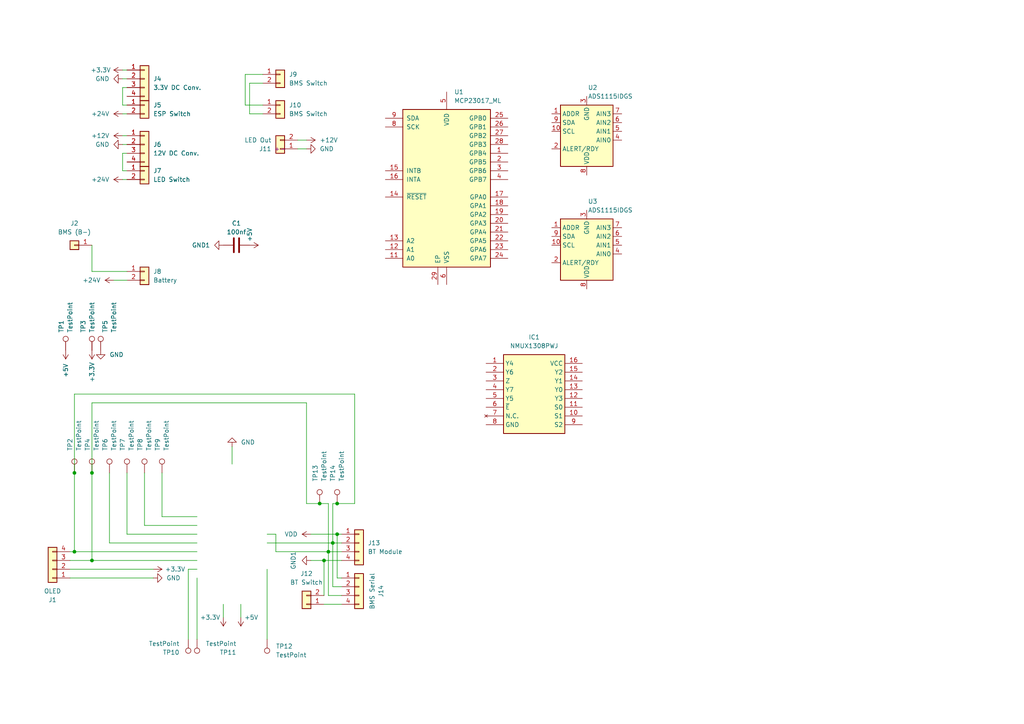
<source format=kicad_sch>
(kicad_sch (version 20230121) (generator eeschema)
  (paper "A4")
  (junction (at 21.59 137.16))
  (junction (at 335.28 175.26))
  (junction (at 26.67 137.16))
  (junction (at 93.98 162.56))
  (junction (at 119.38 -52.07))
  (junction (at 336.55 226.06))
  (junction (at 340.36 20.32))
  (junction (at 92.71 146.05))
  (junction (at 335.28 64.77))
  (junction (at 26.67 162.56))
  (junction (at 119.38 -46.99))
  (junction (at 318.77 86.36))
  (junction (at 320.04 247.65))
  (junction (at 119.38 -41.91))
  (junction (at 320.04 -44.45))
  (junction (at 318.77 196.85))
  (junction (at 331.47 -36.83))
  (junction (at 335.28 119.38))
  (junction (at 322.58 13.97))
  (junction (at 323.85 187.96))
  (junction (at 119.38 -36.83))
  (junction (at 96.52 157.48))
  (junction (at 318.77 140.97))
  (junction (at 331.47 -57.15))
  (junction (at 334.01 1.27))
  (junction (at 317.5 22.86))
  (junction (at 341.63 138.43))
  (junction (at 335.28 139.7))
  (junction (at 341.63 83.82))
  (junction (at 119.38 -44.45))
  (junction (at 95.25 160.02))
  (junction (at 323.85 132.08))
  (junction (at 341.63 194.31))
  (junction (at 335.28 85.09))
  (junction (at 97.79 146.05))
  (junction (at 336.55 246.38))
  (junction (at 323.85 77.47))
  (junction (at 119.38 -49.53))
  (junction (at 21.59 160.02))
  (junction (at 334.01 21.59))
  (junction (at 337.82 -38.1))
  (junction (at 97.79 154.94))
  (junction (at 119.38 -39.37))
  (junction (at 314.96 -35.56))
  (junction (at 335.28 195.58))
  (junction (at 342.9 245.11))
  (junction (at 325.12 238.76))
  (wire (pts (xy 80.01 160.02) (xy 80.01 154.94)))
  (wire (pts (xy 99.06 157.48) (xy 96.52 157.48)))
  (wire (pts (xy 95.25 160.02) (xy 95.25 146.05)))
  (wire (pts (xy 36.83 30.48) (xy 35.56 30.48)))
  (wire (pts (xy 41.91 137.16) (xy 41.91 152.4)))
  (wire (pts (xy 336.55 226.06) (xy 335.28 226.06)))
  (wire (pts (xy 330.2 247.65) (xy 336.55 247.65)))
  (wire (pts (xy 339.09 116.84) (xy 335.28 116.84)))
  (wire (pts (xy 332.74 21.59) (xy 334.01 21.59)))
  (wire (pts (xy 328.93 196.85) (xy 335.28 196.85)))
  (wire (pts (xy 334.01 21.59) (xy 335.28 21.59)))
  (wire (pts (xy 335.28 116.84) (xy 335.28 119.38)))
  (wire (pts (xy 336.55 247.65) (xy 336.55 246.38)))
  (wire (pts (xy 88.9 43.18) (xy 86.36 43.18)))
  (wire (pts (xy 33.02 81.28) (xy 36.83 81.28)))
  (wire (pts (xy 347.98 19.05) (xy 347.98 20.32)))
  (wire (pts (xy 77.47 165.1) (xy 77.47 185.42)))
  (wire (pts (xy 36.83 137.16) (xy 36.83 154.94)))
  (wire (pts (xy 72.39 24.13) (xy 72.39 33.02)))
  (wire (pts (xy 360.68 8.89) (xy 363.22 8.89)))
  (wire (pts (xy 325.12 238.76) (xy 325.12 240.03)))
  (wire (pts (xy 335.28 175.26) (xy 334.01 175.26)))
  (wire (pts (xy 328.93 86.36) (xy 335.28 86.36)))
  (wire (pts (xy 325.12 -35.56) (xy 331.47 -35.56)))
  (wire (pts (xy 358.14 -49.53) (xy 360.68 -49.53)))
  (wire (pts (xy 341.63 116.84) (xy 346.71 116.84)))
  (wire (pts (xy 339.09 62.23) (xy 335.28 62.23)))
  (wire (pts (xy 318.77 139.7) (xy 318.77 140.97)))
  (wire (pts (xy 100.33 -44.45) (xy 119.38 -44.45)))
  (wire (pts (xy 340.36 -1.27) (xy 345.44 -1.27)))
  (wire (pts (xy 95.25 172.72) (xy 99.06 172.72)))
  (wire (pts (xy 323.85 187.96) (xy 323.85 189.23)))
  (wire (pts (xy 318.77 247.65) (xy 320.04 247.65)))
  (wire (pts (xy 90.17 162.56) (xy 93.98 162.56)))
  (wire (pts (xy 314.96 -36.83) (xy 314.96 -35.56)))
  (wire (pts (xy 316.23 22.86) (xy 317.5 22.86)))
  (wire (pts (xy 320.04 246.38) (xy 320.04 247.65)))
  (wire (pts (xy 100.33 -49.53) (xy 119.38 -49.53)))
  (wire (pts (xy 342.9 233.68) (xy 342.9 245.11)))
  (wire (pts (xy 317.5 196.85) (xy 318.77 196.85)))
  (wire (pts (xy 119.38 -39.37) (xy 135.89 -39.37)))
  (wire (pts (xy 335.28 246.38) (xy 336.55 246.38)))
  (wire (pts (xy 336.55 246.38) (xy 337.82 246.38)))
  (wire (pts (xy 35.56 41.91) (xy 36.83 41.91)))
  (wire (pts (xy 100.33 -41.91) (xy 119.38 -41.91)))
  (wire (pts (xy 318.77 77.47) (xy 323.85 77.47)))
  (wire (pts (xy 341.63 62.23) (xy 346.71 62.23)))
  (wire (pts (xy 330.2 -36.83) (xy 331.47 -36.83)))
  (wire (pts (xy 64.77 175.26) (xy 64.77 179.07)))
  (wire (pts (xy 97.79 146.05) (xy 102.87 146.05)))
  (wire (pts (xy 119.38 -52.07) (xy 135.89 -52.07)))
  (wire (pts (xy 90.17 154.94) (xy 97.79 154.94)))
  (wire (pts (xy 335.28 -59.69) (xy 331.47 -59.69)))
  (wire (pts (xy 335.28 119.38) (xy 334.01 119.38)))
  (wire (pts (xy 331.47 -35.56) (xy 331.47 -36.83)))
  (wire (pts (xy 334.01 22.86) (xy 334.01 21.59)))
  (wire (pts (xy 76.2 24.13) (xy 72.39 24.13)))
  (wire (pts (xy 20.32 165.1) (xy 44.45 165.1)))
  (wire (pts (xy 35.56 52.07) (xy 36.83 52.07)))
  (wire (pts (xy 35.56 22.86) (xy 36.83 22.86)))
  (wire (pts (xy 318.77 132.08) (xy 323.85 132.08)))
  (wire (pts (xy 337.82 226.06) (xy 336.55 226.06)))
  (wire (pts (xy 102.87 114.3) (xy 21.59 114.3)))
  (wire (pts (xy 335.28 140.97) (xy 335.28 139.7)))
  (wire (pts (xy 317.5 21.59) (xy 317.5 22.86)))
  (wire (pts (xy 345.44 -39.37) (xy 345.44 -38.1)))
  (wire (pts (xy 317.5 140.97) (xy 318.77 140.97)))
  (wire (pts (xy 318.77 195.58) (xy 318.77 196.85)))
  (wire (pts (xy 119.38 -44.45) (xy 135.89 -44.45)))
  (wire (pts (xy 57.15 165.1) (xy 54.61 165.1)))
  (wire (pts (xy 96.52 170.18) (xy 99.06 170.18)))
  (wire (pts (xy 72.39 33.02) (xy 76.2 33.02)))
  (wire (pts (xy 100.33 -52.07) (xy 119.38 -52.07)))
  (wire (pts (xy 95.25 160.02) (xy 80.01 160.02)))
  (wire (pts (xy 71.12 21.59) (xy 71.12 30.48)))
  (wire (pts (xy 335.28 139.7) (xy 336.55 139.7)))
  (wire (pts (xy 97.79 154.94) (xy 97.79 167.64)))
  (wire (pts (xy 46.99 149.86) (xy 57.15 149.86)))
  (wire (pts (xy 88.9 116.84) (xy 26.67 116.84)))
  (wire (pts (xy 35.56 49.53) (xy 35.56 44.45)))
  (wire (pts (xy 332.74 -57.15) (xy 331.47 -57.15)))
  (wire (pts (xy 71.12 30.48) (xy 76.2 30.48)))
  (wire (pts (xy 341.63 182.88) (xy 341.63 194.31)))
  (wire (pts (xy 67.31 134.62) (xy 67.31 129.54)))
  (wire (pts (xy 100.33 -46.99) (xy 119.38 -46.99)))
  (wire (pts (xy 337.82 -49.53) (xy 337.82 -38.1)))
  (wire (pts (xy 31.75 137.16) (xy 31.75 157.48)))
  (wire (pts (xy 363.22 233.68) (xy 365.76 233.68)))
  (wire (pts (xy 97.79 167.64) (xy 99.06 167.64)))
  (wire (pts (xy 102.87 146.05) (xy 102.87 114.3)))
  (wire (pts (xy 20.32 167.64) (xy 44.45 167.64)))
  (wire (pts (xy 337.82 -59.69) (xy 342.9 -59.69)))
  (wire (pts (xy 92.71 146.05) (xy 88.9 146.05)))
  (wire (pts (xy 334.01 85.09) (xy 335.28 85.09)))
  (wire (pts (xy 100.33 -36.83) (xy 119.38 -36.83)))
  (wire (pts (xy 119.38 -41.91) (xy 135.89 -41.91)))
  (wire (pts (xy 335.28 172.72) (xy 335.28 175.26)))
  (wire (pts (xy 35.56 39.37) (xy 36.83 39.37)))
  (wire (pts (xy 320.04 238.76) (xy 325.12 238.76)))
  (wire (pts (xy 313.69 -35.56) (xy 314.96 -35.56)))
  (wire (pts (xy 88.9 40.64) (xy 86.36 40.64)))
  (wire (pts (xy 26.67 78.74) (xy 26.67 71.12)))
  (wire (pts (xy 331.47 -36.83) (xy 332.74 -36.83)))
  (wire (pts (xy 35.56 20.32) (xy 36.83 20.32)))
  (wire (pts (xy 36.83 49.53) (xy 35.56 49.53)))
  (wire (pts (xy 328.93 140.97) (xy 335.28 140.97)))
  (wire (pts (xy 335.28 64.77) (xy 334.01 64.77)))
  (wire (pts (xy 76.2 21.59) (xy 71.12 21.59)))
  (wire (pts (xy 334.01 -1.27) (xy 334.01 1.27)))
  (wire (pts (xy 341.63 127) (xy 341.63 138.43)))
  (wire (pts (xy 335.28 195.58) (xy 336.55 195.58)))
  (wire (pts (xy 21.59 160.02) (xy 57.15 160.02)))
  (wire (pts (xy 119.38 -49.53) (xy 135.89 -49.53)))
  (wire (pts (xy 41.91 152.4) (xy 57.15 152.4)))
  (wire (pts (xy 54.61 165.1) (xy 54.61 185.42)))
  (wire (pts (xy 314.96 -44.45) (xy 320.04 -44.45)))
  (wire (pts (xy 334.01 195.58) (xy 335.28 195.58)))
  (wire (pts (xy 336.55 119.38) (xy 335.28 119.38)))
  (wire (pts (xy 26.67 137.16) (xy 26.67 162.56)))
  (wire (pts (xy 20.32 162.56) (xy 26.67 162.56)))
  (wire (pts (xy 335.28 86.36) (xy 335.28 85.09)))
  (wire (pts (xy 35.56 33.02) (xy 36.83 33.02)))
  (wire (pts (xy 336.55 175.26) (xy 335.28 175.26)))
  (wire (pts (xy 317.5 86.36) (xy 318.77 86.36)))
  (wire (pts (xy 35.56 30.48) (xy 35.56 25.4)))
  (wire (pts (xy 69.85 179.07) (xy 69.85 175.26)))
  (wire (pts (xy 36.83 78.74) (xy 26.67 78.74)))
  (wire (pts (xy 349.25 193.04) (xy 349.25 194.31)))
  (wire (pts (xy 100.33 -39.37) (xy 119.38 -39.37)))
  (wire (pts (xy 317.5 13.97) (xy 322.58 13.97)))
  (wire (pts (xy 361.95 127) (xy 364.49 127)))
  (wire (pts (xy 340.36 223.52) (xy 336.55 223.52)))
  (wire (pts (xy 342.9 223.52) (xy 347.98 223.52)))
  (wire (pts (xy 21.59 137.16) (xy 21.59 160.02)))
  (wire (pts (xy 96.52 157.48) (xy 96.52 146.05)))
  (wire (pts (xy 336.55 64.77) (xy 335.28 64.77)))
  (wire (pts (xy 77.47 157.48) (xy 96.52 157.48)))
  (wire (pts (xy 340.36 8.89) (xy 340.36 20.32)))
  (wire (pts (xy 331.47 -59.69) (xy 331.47 -57.15)))
  (wire (pts (xy 31.75 157.48) (xy 57.15 157.48)))
  (wire (pts (xy 349.25 82.55) (xy 349.25 83.82)))
  (wire (pts (xy 334.01 1.27) (xy 332.74 1.27)))
  (wire (pts (xy 361.95 182.88) (xy 364.49 182.88)))
  (wire (pts (xy 21.59 114.3) (xy 21.59 137.16)))
  (wire (pts (xy 341.63 172.72) (xy 346.71 172.72)))
  (wire (pts (xy 26.67 116.84) (xy 26.67 137.16)))
  (wire (pts (xy 93.98 175.26) (xy 99.06 175.26)))
  (wire (pts (xy 318.77 187.96) (xy 323.85 187.96)))
  (wire (pts (xy 335.28 1.27) (xy 334.01 1.27)))
  (wire (pts (xy 26.67 162.56) (xy 57.15 162.56)))
  (wire (pts (xy 95.25 146.05) (xy 92.71 146.05)))
  (wire (pts (xy 35.56 44.45) (xy 36.83 44.45)))
  (wire (pts (xy 95.25 160.02) (xy 95.25 172.72)))
  (wire (pts (xy 88.9 146.05) (xy 88.9 116.84)))
  (wire (pts (xy 335.28 196.85) (xy 335.28 195.58)))
  (wire (pts (xy 99.06 160.02) (xy 95.25 160.02)))
  (wire (pts (xy 96.52 157.48) (xy 96.52 170.18)))
  (wire (pts (xy 323.85 77.47) (xy 323.85 78.74)))
  (wire (pts (xy 361.95 72.39) (xy 364.49 72.39)))
  (wire (pts (xy 34.29 -38.1) (xy 36.83 -38.1)))
  (wire (pts (xy 20.32 160.02) (xy 21.59 160.02)))
  (wire (pts (xy 349.25 137.16) (xy 349.25 138.43)))
  (wire (pts (xy 335.28 62.23) (xy 335.28 64.77)))
  (wire (pts (xy 93.98 162.56) (xy 99.06 162.56)))
  (wire (pts (xy 350.52 243.84) (xy 350.52 245.11)))
  (wire (pts (xy 335.28 85.09) (xy 336.55 85.09)))
  (wire (pts (xy 36.83 154.94) (xy 57.15 154.94)))
  (wire (pts (xy 322.58 13.97) (xy 322.58 15.24)))
  (wire (pts (xy 339.09 172.72) (xy 335.28 172.72)))
  (wire (pts (xy 93.98 172.72) (xy 93.98 162.56)))
  (wire (pts (xy 327.66 22.86) (xy 334.01 22.86)))
  (wire (pts (xy 331.47 -57.15) (xy 330.2 -57.15)))
  (wire (pts (xy 119.38 -36.83) (xy 135.89 -36.83)))
  (wire (pts (xy 334.01 139.7) (xy 335.28 139.7)))
  (wire (pts (xy 119.38 -46.99) (xy 135.89 -46.99)))
  (wire (pts (xy 80.01 154.94) (xy 77.47 154.94)))
  (wire (pts (xy 320.04 -44.45) (xy 320.04 -43.18)))
  (wire (pts (xy 337.82 -1.27) (xy 334.01 -1.27)))
  (wire (pts (xy 57.15 167.64) (xy 57.15 185.42)))
  (wire (pts (xy 336.55 223.52) (xy 336.55 226.06)))
  (wire (pts (xy 99.06 154.94) (xy 97.79 154.94)))
  (wire (pts (xy 46.99 137.16) (xy 46.99 149.86)))
  (wire (pts (xy 323.85 132.08) (xy 323.85 133.35)))
  (wire (pts (xy 318.77 85.09) (xy 318.77 86.36)))
  (wire (pts (xy 341.63 72.39) (xy 341.63 83.82)))
  (wire (pts (xy 96.52 146.05) (xy 97.79 146.05)))
  (wire (pts (xy 35.56 25.4) (xy 36.83 25.4)))
  (symbol (lib_id "Connector_Generic:Conn_01x07") (at 105.41 -44.45 0) (unit 1)
    (property "Reference" "J15" (at 107.95 -45.7201 0) (effects (justify left)))
    (property "Value" "Panel Bal" (at 107.95 -43.1801 0) (effects (justify left)))
    (property "Footprint" "Connector_JST:JST_XH_B7B-XH-A_1x07_P2.50mm_Vertical" (effects hide))
  )
  (symbol (lib_id "Fuseholder3557:3557-2") (at 334.01 139.7 90) (unit 1)
    (property "Reference" "J33" (at 332.74 128.27 90) (effects (justify right)))
    (property "Value" "Fuse 6" (at 331.47 130.81 90) (effects (justify right)))
    (property "Footprint" "Fuseholder3557:Fuseholder3557" (effects hide))
    (property "Datasheet" "http://www.keyelco.com/product-pdf.cfm?p=296" (effects hide))
    (property "Description" "THM 2 in 1 Auto Blade Holder P/N 3557-2" (effects hide))
    (property "Mouser Part Number" "534-3557-2" (effects hide))
    (property "Mouser Price/Stock" "https://www.mouser.co.uk/ProductDetail/Keystone-Electronics/3557-2?qs=cxy41lVAGV%2FfbyASjpXK1g%3D%3D" (effects hide))
    (property "Manufacturer_Name" "Keystone Electronics" (effects hide))
    (property "Manufacturer_Part_Number" "3557-2" (effects hide))
  )
  (symbol (lib_id "Connector_Generic:Conn_01x02") (at 81.28 21.59 0) (unit 1)
    (property "Reference" "J9" (at 83.82 21.5899 0) (effects (justify left)))
    (property "Value" "BMS Switch" (at 83.82 24.1299 0) (effects (justify left)))
    (property "Footprint" "Connector_JST:JST_XH_B2B-XH-A_1x02_P2.50mm_Vertical" (effects hide))
  )
  (symbol (lib_id "Connector_Generic:Conn_01x02") (at 81.28 43.18 180) (unit 1)
    (property "Reference" "J11" (at 78.74 43.1801 0) (effects (justify left)))
    (property "Value" "LED Out" (at 78.74 40.6401 0) (effects (justify left)))
    (property "Footprint" "Connector_JST:JST_XH_B2B-XH-A_1x02_P2.50mm_Vertical" (effects hide))
    (property "Field4" "+" (at 81.28 43.18 0) (effects (justify left)))
    (property "Field5" "-" (at 81.28 43.18 0) (effects (justify right)))
  )
  (symbol (lib_id "Connector:TestPoint") (at 351.79 137.16 180) (unit 1)
    (property "Reference" "TP24" (at 353.06 143.51 90) (effects (justify left)))
    (property "Value" "TestPoint" (at 350.52 143.51 90) (effects (justify left)))
    (property "Footprint" "TestPoint:TestPoint_Pad_1.5x1.5mm" (effects hide))
  )
  (symbol (lib_id "Sensor_Current:ACS712xLCTR-30A") (at 351.79 127 270) (unit 1)
    (property "Reference" "U7" (at 368.3 120.0719 90))
    (property "Value" "ACS712xLCTR-30A" (at 372.11 132.08 90))
    (property "Footprint" "Package_SO:SOIC-8_3.9x4.9mm_P1.27mm" (effects hide))
    (property "Datasheet" "http://www.allegromicro.com/~/media/Files/Datasheets/ACS712-Datasheet.ashx?la=en" (effects hide))
  )
  (symbol (lib_id "NMUX1308PWJ:NMUX1308PWJ") (at 140.97 105.41 0) (unit 1)
    (property "Reference" "IC1" (at 154.94 97.79 0))
    (property "Value" "NMUX1308PWJ" (at 154.94 100.33 0))
    (property "Footprint" "NMUX1308PWJ:NMUX1308PWJ" (effects hide))
    (property "Datasheet" "https://assets.nexperia.com/documents/data-sheet/NMUX1308.pdf" (effects hide))
    (property "Height" "1.2" (effects hide))
    (property "Manufacturer_Name" "Nexperia" (effects hide))
    (property "Manufacturer_Part_Number" "NMUX1308PWJ" (effects hide))
  )
  (symbol (lib_id "Connector:TestPoint") (at 31.75 137.16 0) (unit 1)
    (property "Reference" "TP6" (at 30.48 130.81 90) (effects (justify left)))
    (property "Value" "TestPoint" (at 33.02 130.81 90) (effects (justify left)))
    (property "Footprint" "TestPoint:TestPoint_Pad_1.5x1.5mm" (effects hide))
  )
  (symbol (lib_id "Connector:TestPoint") (at 322.58 6.35 0) (unit 1)
    (property "Reference" "TP16" (at 311.15 5.08 0) (effects (justify left)))
    (property "Value" "TestPoint" (at 311.15 2.54 0) (effects (justify left)))
    (property "Footprint" "TestPoint:TestPoint_Pad_1.5x1.5mm" (effects hide))
  )
  (symbol (lib_id "power:+24V") (at 35.56 52.07 90) (unit 1)
    (property "Reference" "#PWR010" (effects hide))
    (property "Value" "+24V" (at 31.75 52.0699 90) (effects (justify left)))
  )
  (symbol (lib_id "power:+5V") (at 364.49 182.88 270) (unit 1)
    (property "Reference" "#PWR045" (effects hide))
    (property "Value" "+5V" (at 364.49 177.8 0) (effects (justify left)))
  )
  (symbol (lib_id "Connector_Generic:Conn_01x04") (at 104.14 157.48 0) (unit 1)
    (property "Reference" "J13" (at 106.68 157.4799 0) (effects (justify left)))
    (property "Value" "BT Module" (at 106.68 160.0199 0) (effects (justify left)))
    (property "Footprint" "Connector_JST:JST_XH_B4B-XH-A_1x04_P2.50mm_Vertical" (effects hide))
  )
  (symbol (lib_id "Device:C") (at 341.63 -38.1 90) (unit 1)
    (property "Reference" "C2" (at 341.63 -45.72 90))
    (property "Value" "10nf" (at 341.63 -43.18 90))
    (property "Footprint" "Resistor_SMD:R_0603_1608Metric" (effects hide))
  )
  (symbol (lib_id "power:GND1") (at 340.36 20.32 0) (unit 1)
    (property "Reference" "#PWR030" (effects hide))
    (property "Value" "GND1" (at 340.36 25.4 0))
  )
  (symbol (lib_id "Connector:TestPoint") (at 41.91 137.16 0) (unit 1)
    (property "Reference" "TP8" (at 40.64 130.81 90) (effects (justify left)))
    (property "Value" "TestPoint" (at 43.18 130.81 90) (effects (justify left)))
    (property "Footprint" "TestPoint:TestPoint_Pad_1.5x1.5mm" (effects hide))
  )
  (symbol (lib_id "Sensor_Current:ACS712xLCTR-30A") (at 350.52 8.89 270) (unit 1)
    (property "Reference" "U5" (at 367.03 1.9619 90))
    (property "Value" "ACS712xLCTR-30A" (at 370.84 13.97 90))
    (property "Footprint" "Package_SO:SOIC-8_3.9x4.9mm_P1.27mm" (effects hide))
    (property "Datasheet" "http://www.allegromicro.com/~/media/Files/Datasheets/ACS712-Datasheet.ashx?la=en" (effects hide))
  )
  (symbol (lib_id "Connector:TestPoint") (at 325.12 231.14 0) (unit 1)
    (property "Reference" "TP20" (at 313.69 229.87 0) (effects (justify left)))
    (property "Value" "TestPoint" (at 313.69 227.33 0) (effects (justify left)))
    (property "Footprint" "TestPoint:TestPoint_Pad_1.5x1.5mm" (effects hide))
  )
  (symbol (lib_id "power:+24V") (at 33.02 81.28 90) (unit 1)
    (property "Reference" "#PWR04" (effects hide))
    (property "Value" "+24V" (at 29.21 81.2799 90) (effects (justify left)))
  )
  (symbol (lib_id "power:+3.3V") (at 44.45 165.1 270) (unit 1)
    (property "Reference" "#PWR012" (effects hide))
    (property "Value" "+3.3V" (at 50.8 165.1 90))
  )
  (symbol (lib_id "Device:C") (at 345.44 138.43 90) (unit 1)
    (property "Reference" "C5" (at 345.44 130.81 90))
    (property "Value" "10nf" (at 345.44 133.35 90))
    (property "Footprint" "Resistor_SMD:R_0603_1608Metric" (effects hide))
  )
  (symbol (lib_id "power:+5V") (at 360.68 -49.53 270) (unit 1)
    (property "Reference" "#PWR041" (effects hide))
    (property "Value" "+5V" (at 360.68 -54.61 0) (effects (justify left)))
  )
  (symbol (lib_id "power:GND1") (at 342.9 245.11 0) (unit 1)
    (property "Reference" "#PWR034" (effects hide))
    (property "Value" "GND1" (at 342.9 250.19 0))
  )
  (symbol (lib_id "Connector_Generic:Conn_01x07") (at 140.97 -44.45 0) (unit 1)
    (property "Reference" "J17" (at 143.51 -45.7201 0) (effects (justify left)))
    (property "Value" "Batt Bal" (at 143.51 -43.1801 0) (effects (justify left)))
    (property "Footprint" "Connector_JST:JST_XH_B7B-XH-A_1x07_P2.50mm_Vertical" (effects hide))
  )
  (symbol (lib_id "Sensor_Current:ACS712xLCTR-30A") (at 351.79 182.88 270) (unit 1)
    (property "Reference" "U8" (at 368.3 175.9519 90))
    (property "Value" "ACS712xLCTR-30A" (at 372.11 187.96 90))
    (property "Footprint" "Package_SO:SOIC-8_3.9x4.9mm_P1.27mm" (effects hide))
    (property "Datasheet" "http://www.allegromicro.com/~/media/Files/Datasheets/ACS712-Datasheet.ashx?la=en" (effects hide))
  )
  (symbol (lib_id "power:GND") (at 29.21 101.6 0) (unit 1)
    (property "Reference" "#PWR03" (effects hide))
    (property "Value" "GND" (at 31.75 102.8699 0) (effects (justify left)))
  )
  (symbol (lib_id "Connector_Generic:Conn_01x02") (at 335.28 -64.77 90) (unit 1)
    (property "Reference" "J23" (at 331.47 -63.5 90) (effects (justify left)))
    (property "Value" "Output 6" (at 331.47 -66.04 90) (effects (justify left)))
    (property "Footprint" "Connector_AMASS:AMASS_XT30U-M_1x02_P5.0mm_Vertical" (effects hide))
  )
  (symbol (lib_id "Sensor_Current:ACS712xLCTR-30A") (at 351.79 72.39 270) (unit 1)
    (property "Reference" "U6" (at 368.3 65.4619 90))
    (property "Value" "ACS712xLCTR-30A" (at 372.11 77.47 90))
    (property "Footprint" "Package_SO:SOIC-8_3.9x4.9mm_P1.27mm" (effects hide))
    (property "Datasheet" "http://www.allegromicro.com/~/media/Files/Datasheets/ACS712-Datasheet.ashx?la=en" (effects hide))
  )
  (symbol (lib_id "Connector:TestPoint") (at 351.79 193.04 180) (unit 1)
    (property "Reference" "TP25" (at 353.06 199.39 90) (effects (justify left)))
    (property "Value" "TestPoint" (at 350.52 199.39 90) (effects (justify left)))
    (property "Footprint" "TestPoint:TestPoint_Pad_1.5x1.5mm" (effects hide))
  )
  (symbol (lib_id "Sensor_Current:ACS712xLCTR-30A") (at 347.98 -49.53 270) (unit 1)
    (property "Reference" "U4" (at 364.49 -56.4581 90))
    (property "Value" "ACS712xLCTR-30A" (at 368.3 -44.45 90))
    (property "Footprint" "Package_SO:SOIC-8_3.9x4.9mm_P1.27mm" (effects hide))
    (property "Datasheet" "http://www.allegromicro.com/~/media/Files/Datasheets/ACS712-Datasheet.ashx?la=en" (effects hide))
  )
  (symbol (lib_id "Connector_Generic:Conn_01x02") (at 88.9 175.26 180) (unit 1)
    (property "Reference" "J12" (at 88.9 166.37 0))
    (property "Value" "BT Switch" (at 88.9 168.91 0))
    (property "Footprint" "Connector_JST:JST_XH_B2B-XH-A_1x02_P2.50mm_Vertical" (effects hide))
  )
  (symbol (lib_id "Connector:TestPoint") (at 54.61 185.42 180) (unit 1)
    (property "Reference" "TP10" (at 52.07 189.23 0) (effects (justify left)))
    (property "Value" "TestPoint" (at 52.07 186.69 0) (effects (justify left)))
    (property "Footprint" "TestPoint:TestPoint_Pad_1.5x1.5mm" (effects hide))
  )
  (symbol (lib_id "power:+5V") (at 364.49 72.39 270) (unit 1)
    (property "Reference" "#PWR043" (effects hide))
    (property "Value" "+5V" (at 364.49 67.31 0) (effects (justify left)))
  )
  (symbol (lib_id "Connector_Generic:Conn_01x02") (at 339.09 167.64 90) (unit 1)
    (property "Reference" "J28" (at 335.28 168.91 90) (effects (justify left)))
    (property "Value" "Output 6" (at 335.28 166.37 90) (effects (justify left)))
    (property "Footprint" "Connector_AMASS:AMASS_XT30U-M_1x02_P5.0mm_Vertical" (effects hide))
  )
  (symbol (lib_id "Connector:TestPoint") (at 29.21 101.6 0) (unit 1)
    (property "Reference" "TP5" (at 30.48 96.52 90) (effects (justify left)))
    (property "Value" "TestPoint" (at 33.02 96.52 90) (effects (justify left)))
    (property "Footprint" "TestPoint:TestPoint_Pad_1.5x1.5mm" (effects hide))
  )
  (symbol (lib_id "Device:R") (at 317.5 17.78 0) (unit 1)
    (property "Reference" "R2" (at 313.69 16.51 0) (effects (justify left)))
    (property "Value" "10 kΩ" (at 308.61 19.05 0) (effects (justify left)))
    (property "Footprint" "Resistor_SMD:R_0402_1005Metric" (effects hide))
  )
  (symbol (lib_id "Device:R") (at 323.85 73.66 180) (unit 1)
    (property "Reference" "R9" (at 318.77 72.39 0) (effects (justify right)))
    (property "Value" "0 Ω" (at 317.5 74.93 0) (effects (justify right)))
    (property "Footprint" "Resistor_SMD:R_0402_1005Metric" (effects hide))
  )
  (symbol (lib_id "Connector:TestPoint") (at 320.04 -52.07 0) (unit 1)
    (property "Reference" "TP15" (at 308.61 -53.34 0) (effects (justify left)))
    (property "Value" "TestPoint" (at 308.61 -55.88 0) (effects (justify left)))
    (property "Footprint" "TestPoint:TestPoint_Pad_1.5x1.5mm" (effects hide))
  )
  (symbol (lib_id "Transistor_FET:BUK9M11-40EX") (at 323.85 83.82 270) (unit 1)
    (property "Reference" "Q3" (at 325.12 91.44 90) (effects (justify left)))
    (property "Value" "BUK9M11-40EX" (at 307.34 91.44 90) (effects (justify left)))
    (property "Footprint" "Package_TO_SOT_SMD:LFPAK33" (effects hide))
    (property "Datasheet" "https://assets.nexperia.com/documents/data-sheet/BUK9M11-40E.pdf" (effects hide))
  )
  (symbol (lib_id "Connector:TestPoint") (at 36.83 137.16 0) (unit 1)
    (property "Reference" "TP7" (at 35.56 130.81 90) (effects (justify left)))
    (property "Value" "TestPoint" (at 38.1 130.81 90) (effects (justify left)))
    (property "Footprint" "TestPoint:TestPoint_Pad_1.5x1.5mm" (effects hide))
  )
  (symbol (lib_id "power:GND") (at 317.5 196.85 270) (unit 1)
    (property "Reference" "#PWR027" (effects hide))
    (property "Value" "GND" (at 312.42 196.85 0))
  )
  (symbol (lib_id "Fuseholder3557:3557-2") (at 335.28 246.38 90) (unit 1)
    (property "Reference" "J31" (at 334.01 234.95 90) (effects (justify right)))
    (property "Value" "Fuse 6" (at 332.74 237.49 90) (effects (justify right)))
    (property "Footprint" "Fuseholder3557:Fuseholder3557" (effects hide))
    (property "Datasheet" "http://www.keyelco.com/product-pdf.cfm?p=296" (effects hide))
    (property "Description" "THM 2 in 1 Auto Blade Holder P/N 3557-2" (effects hide))
    (property "Mouser Part Number" "534-3557-2" (effects hide))
    (property "Mouser Price/Stock" "https://www.mouser.co.uk/ProductDetail/Keystone-Electronics/3557-2?qs=cxy41lVAGV%2FfbyASjpXK1g%3D%3D" (effects hide))
    (property "Manufacturer_Name" "Keystone Electronics" (effects hide))
    (property "Manufacturer_Part_Number" "3557-2" (effects hide))
  )
  (symbol (lib_id "Connector:TestPoint") (at 350.52 19.05 180) (unit 1)
    (property "Reference" "TP22" (at 351.79 25.4 90) (effects (justify left)))
    (property "Value" "TestPoint" (at 349.25 25.4 90) (effects (justify left)))
    (property "Footprint" "TestPoint:TestPoint_Pad_1.5x1.5mm" (effects hide))
  )
  (symbol (lib_id "Connector:TestPoint") (at 46.99 137.16 0) (unit 1)
    (property "Reference" "TP9" (at 45.72 130.81 90) (effects (justify left)))
    (property "Value" "TestPoint" (at 48.26 130.81 90) (effects (justify left)))
    (property "Footprint" "TestPoint:TestPoint_Pad_1.5x1.5mm" (effects hide))
  )
  (symbol (lib_id "Device:R") (at 323.85 128.27 180) (unit 1)
    (property "Reference" "R10" (at 318.77 127 0) (effects (justify right)))
    (property "Value" "0 Ω" (at 317.5 129.54 0) (effects (justify right)))
    (property "Footprint" "Resistor_SMD:R_0402_1005Metric" (effects hide))
  )
  (symbol (lib_id "Connector:TestPoint") (at 323.85 69.85 0) (unit 1)
    (property "Reference" "TP17" (at 312.42 68.58 0) (effects (justify left)))
    (property "Value" "TestPoint" (at 312.42 66.04 0) (effects (justify left)))
    (property "Footprint" "TestPoint:TestPoint_Pad_1.5x1.5mm" (effects hide))
  )
  (symbol (lib_id "power:+5V") (at 69.85 179.07 180) (unit 1)
    (property "Reference" "#PWR017" (effects hide))
    (property "Value" "+5V" (at 74.93 179.07 0) (effects (justify left)))
  )
  (symbol (lib_id "Transistor_FET:BUK9M11-40EX") (at 322.58 20.32 270) (unit 1)
    (property "Reference" "Q2" (at 323.85 27.94 90) (effects (justify left)))
    (property "Value" "BUK9M11-40EX" (at 306.07 27.94 90) (effects (justify left)))
    (property "Footprint" "Package_TO_SOT_SMD:LFPAK33" (effects hide))
    (property "Datasheet" "https://assets.nexperia.com/documents/data-sheet/BUK9M11-40E.pdf" (effects hide))
  )
  (symbol (lib_id "power:+12V") (at 35.56 39.37 90) (unit 1)
    (property "Reference" "#PWR08" (effects hide))
    (property "Value" "+12V" (at 31.75 39.3699 90) (effects (justify left)))
  )
  (symbol (lib_id "Connector_Generic:Conn_01x04") (at 41.91 22.86 0) (unit 1)
    (property "Reference" "J4" (at 44.45 22.8599 0) (effects (justify left)))
    (property "Value" "3.3V DC Conv." (at 44.45 25.3999 0) (effects (justify left)))
    (property "Footprint" "Connector_PinHeader_2.54mm:PinHeader_1x04_P2.54mm_Vertical" (effects hide))
  )
  (symbol (lib_id "Connector:TestPoint") (at 77.47 185.42 180) (unit 1)
    (property "Reference" "TP12" (at 80.01 187.4519 0) (effects (justify right)))
    (property "Value" "TestPoint" (at 80.01 189.9919 0) (effects (justify right)))
    (property "Footprint" "TestPoint:TestPoint_Pad_1.5x1.5mm" (effects hide))
  )
  (symbol (lib_id "Connector_Generic:Conn_01x04") (at 104.14 170.18 0) (unit 1)
    (property "Reference" "J14" (at 110.49 171.45 90))
    (property "Value" "BMS Serial" (at 107.95 171.45 90))
    (property "Footprint" "Connector_JST:JST_XH_B4B-XH-A_1x04_P2.50mm_Vertical" (effects hide))
  )
  (symbol (lib_id "Connector_Generic:Conn_01x02") (at 41.91 49.53 0) (unit 1)
    (property "Reference" "J7" (at 44.45 49.5299 0) (effects (justify left)))
    (property "Value" "LED Switch" (at 44.45 52.0699 0) (effects (justify left)))
    (property "Footprint" "Connector_JST:JST_XH_B2B-XH-A_1x02_P2.50mm_Vertical" (effects hide))
  )
  (symbol (lib_id "Connector:TestPoint") (at 351.79 82.55 180) (unit 1)
    (property "Reference" "TP23" (at 353.06 88.9 90) (effects (justify left)))
    (property "Value" "TestPoint" (at 350.52 88.9 90) (effects (justify left)))
    (property "Footprint" "TestPoint:TestPoint_Pad_1.5x1.5mm" (effects hide))
  )
  (symbol (lib_id "power:+24V") (at 35.56 33.02 90) (unit 1)
    (property "Reference" "#PWR07" (effects hide))
    (property "Value" "+24V" (at 31.75 33.0199 90) (effects (justify left)))
  )
  (symbol (lib_id "power:+24V") (at 355.6 -1.27 0) (unit 1)
    (property "Reference" "#PWR036" (effects hide))
    (property "Value" "+24V" (at 355.6 -6.35 0))
  )
  (symbol (lib_id "Connector:TestPoint") (at 21.59 137.16 0) (unit 1)
    (property "Reference" "TP2" (at 20.32 130.81 90) (effects (justify left)))
    (property "Value" "TestPoint" (at 22.86 130.81 90) (effects (justify left)))
    (property "Footprint" "TestPoint:TestPoint_Pad_1.5x1.5mm" (effects hide))
  )
  (symbol (lib_id "power:+24V") (at 356.87 172.72 0) (unit 1)
    (property "Reference" "#PWR039" (effects hide))
    (property "Value" "+24V" (at 356.87 167.64 0))
  )
  (symbol (lib_id "Device:R") (at 322.58 10.16 180) (unit 1)
    (property "Reference" "R8" (at 317.5 8.89 0) (effects (justify right)))
    (property "Value" "0 Ω" (at 316.23 11.43 0) (effects (justify right)))
    (property "Footprint" "Resistor_SMD:R_0402_1005Metric" (effects hide))
  )
  (symbol (lib_id "Device:R") (at 318.77 191.77 0) (unit 1)
    (property "Reference" "R5" (at 314.96 190.5 0) (effects (justify left)))
    (property "Value" "10 kΩ" (at 309.88 193.04 0) (effects (justify left)))
    (property "Footprint" "Resistor_SMD:R_0402_1005Metric" (effects hide))
  )
  (symbol (lib_id "Connector_Generic:Conn_01x01") (at 29.21 -38.1 180) (unit 1)
    (property "Reference" "J3" (at 29.21 -44.45 0))
    (property "Value" "BMS (C-)" (at 29.21 -41.91 0))
    (property "Footprint" "MountingHole:MountingHole_3.5mm_Pad_Via" (effects hide))
  )
  (symbol (lib_id "Device:C") (at 345.44 83.82 90) (unit 1)
    (property "Reference" "C4" (at 345.44 76.2 90))
    (property "Value" "10nf" (at 345.44 78.74 90))
    (property "Footprint" "Resistor_SMD:R_0603_1608Metric" (effects hide))
  )
  (symbol (lib_id "power:GND") (at 35.56 41.91 270) (unit 1)
    (property "Reference" "#PWR09" (effects hide))
    (property "Value" "GND" (at 31.75 41.9099 90) (effects (justify right)))
  )
  (symbol (lib_id "Connector_Generic:Conn_01x02") (at 339.09 111.76 90) (unit 1)
    (property "Reference" "J27" (at 335.28 113.03 90) (effects (justify left)))
    (property "Value" "Output 6" (at 335.28 110.49 90) (effects (justify left)))
    (property "Footprint" "Connector_AMASS:AMASS_XT30U-M_1x02_P5.0mm_Vertical" (effects hide))
  )
  (symbol (lib_id "Connector:TestPoint") (at 353.06 243.84 180) (unit 1)
    (property "Reference" "TP26" (at 354.33 250.19 90) (effects (justify left)))
    (property "Value" "TestPoint" (at 351.79 250.19 90) (effects (justify left)))
    (property "Footprint" "TestPoint:TestPoint_Pad_1.5x1.5mm" (effects hide))
  )
  (symbol (lib_id "Connector:TestPoint") (at 26.67 101.6 0) (unit 1)
    (property "Reference" "TP3" (at 24.13 96.52 90) (effects (justify left)))
    (property "Value" "TestPoint" (at 26.67 96.52 90) (effects (justify left)))
    (property "Footprint" "TestPoint:TestPoint_Pad_1.5x1.5mm" (effects hide))
  )
  (symbol (lib_id "power:GND") (at 67.31 129.54 180) (unit 1)
    (property "Reference" "#PWR016" (effects hide))
    (property "Value" "GND" (at 69.85 128.2699 0) (effects (justify right)))
  )
  (symbol (lib_id "Sensor_Current:ACS712xLCTR-30A") (at 353.06 233.68 270) (unit 1)
    (property "Reference" "U9" (at 369.57 226.7519 90))
    (property "Value" "ACS712xLCTR-30A" (at 373.38 238.76 90))
    (property "Footprint" "Package_SO:SOIC-8_3.9x4.9mm_P1.27mm" (effects hide))
    (property "Datasheet" "http://www.allegromicro.com/~/media/Files/Datasheets/ACS712-Datasheet.ashx?la=en" (effects hide))
  )
  (symbol (lib_id "Connector_Generic:Conn_01x04") (at 41.91 41.91 0) (unit 1)
    (property "Reference" "J6" (at 44.45 41.9099 0) (effects (justify left)))
    (property "Value" "12V DC Conv." (at 44.45 44.4499 0) (effects (justify left)))
    (property "Footprint" "Connector_PinHeader_2.54mm:PinHeader_1x04_P2.54mm_Vertical" (effects hide))
  )
  (symbol (lib_id "Connector_Generic:Conn_01x02") (at 81.28 30.48 0) (unit 1)
    (property "Reference" "J10" (at 83.82 30.4799 0) (effects (justify left)))
    (property "Value" "BMS Switch" (at 83.82 33.0199 0) (effects (justify left)))
    (property "Footprint" "Connector_JST:JST_XH_B2B-XH-A_1x02_P2.50mm_Vertical" (effects hide))
  )
  (symbol (lib_id "power:GND1") (at 341.63 83.82 0) (unit 1)
    (property "Reference" "#PWR031" (effects hide))
    (property "Value" "GND1" (at 341.63 88.9 0))
  )
  (symbol (lib_id "power:GND") (at 36.83 -38.1 90) (unit 1)
    (property "Reference" "#PWR011" (effects hide))
    (property "Value" "GND" (at 40.64 -38.1001 90) (effects (justify right)))
  )
  (symbol (lib_id "Connector:TestPoint") (at 26.67 137.16 0) (unit 1)
    (property "Reference" "TP4" (at 25.4 130.81 90) (effects (justify left)))
    (property "Value" "TestPoint" (at 27.94 130.81 90) (effects (justify left)))
    (property "Footprint" "TestPoint:TestPoint_Pad_1.5x1.5mm" (effects hide))
  )
  (symbol (lib_id "Device:R") (at 318.77 135.89 0) (unit 1)
    (property "Reference" "R4" (at 314.96 134.62 0) (effects (justify left)))
    (property "Value" "10 kΩ" (at 309.88 137.16 0) (effects (justify left)))
    (property "Footprint" "Resistor_SMD:R_0402_1005Metric" (effects hide))
  )
  (symbol (lib_id "Connector:TestPoint") (at 97.79 146.05 0) (unit 1)
    (property "Reference" "TP14" (at 96.52 139.7 90) (effects (justify left)))
    (property "Value" "TestPoint" (at 99.06 139.7 90) (effects (justify left)))
    (property "Footprint" "TestPoint:TestPoint_Pad_1.5x1.5mm" (effects hide))
  )
  (symbol (lib_id "power:GND") (at 316.23 22.86 270) (unit 1)
    (property "Reference" "#PWR024" (effects hide))
    (property "Value" "GND" (at 311.15 22.86 0))
  )
  (symbol (lib_id "Transistor_FET:BUK9M11-40EX") (at 323.85 194.31 270) (unit 1)
    (property "Reference" "Q5" (at 325.12 201.93 90) (effects (justify left)))
    (property "Value" "BUK9M11-40EX" (at 307.34 201.93 90) (effects (justify left)))
    (property "Footprint" "Package_TO_SOT_SMD:LFPAK33" (effects hide))
    (property "Datasheet" "https://assets.nexperia.com/documents/data-sheet/BUK9M11-40E.pdf" (effects hide))
  )
  (symbol (lib_id "Connector_Generic:Conn_01x02") (at 340.36 218.44 90) (unit 1)
    (property "Reference" "J29" (at 336.55 219.71 90) (effects (justify left)))
    (property "Value" "Output 6" (at 336.55 217.17 90) (effects (justify left)))
    (property "Footprint" "Connector_AMASS:AMASS_XT30U-M_1x02_P5.0mm_Vertical" (effects hide))
  )
  (symbol (lib_id "power:GND") (at 35.56 22.86 270) (unit 1)
    (property "Reference" "#PWR06" (effects hide))
    (property "Value" "GND" (at 31.75 22.8599 90) (effects (justify right)))
  )
  (symbol (lib_id "Transistor_FET:BUK9M11-40EX") (at 320.04 -38.1 270) (unit 1)
    (property "Reference" "Q1" (at 321.31 -30.48 90) (effects (justify left)))
    (property "Value" "BUK9M11-40EX" (at 303.53 -30.48 90) (effects (justify left)))
    (property "Footprint" "Package_TO_SOT_SMD:LFPAK33" (effects hide))
    (property "Datasheet" "https://assets.nexperia.com/documents/data-sheet/BUK9M11-40E.pdf" (effects hide))
  )
  (symbol (lib_id "power:GND") (at 44.45 167.64 90) (unit 1)
    (property "Reference" "#PWR013" (effects hide))
    (property "Value" "GND" (at 48.26 167.6399 90) (effects (justify right)))
  )
  (symbol (lib_id "power:+5V") (at 364.49 127 270) (unit 1)
    (property "Reference" "#PWR044" (effects hide))
    (property "Value" "+5V" (at 364.49 121.92 0) (effects (justify left)))
  )
  (symbol (lib_id "Analog_ADC:ADS1115IDGS") (at 170.18 38.1 180) (unit 1)
    (property "Reference" "U2" (at 170.5259 25.4 0) (effects (justify right)))
    (property "Value" "ADS1115IDGS" (at 170.5259 27.94 0) (effects (justify right)))
    (property "Footprint" "Package_SO:TSSOP-10_3x3mm_P0.5mm" (effects hide))
    (property "Datasheet" "http://www.ti.com/lit/ds/symlink/ads1113.pdf" (effects hide))
  )
  (symbol (lib_id "Connector_Generic:Conn_01x01") (at 21.59 71.12 180) (unit 1)
    (property "Reference" "J2" (at 21.59 64.77 0))
    (property "Value" "BMS (B-)" (at 21.59 67.31 0))
    (property "Footprint" "MountingHole:MountingHole_3.5mm_Pad_Via" (effects hide))
  )
  (symbol (lib_id "power:+3.3V") (at 35.56 20.32 90) (unit 1)
    (property "Reference" "#PWR05" (effects hide))
    (property "Value" "+3.3V" (at 29.21 20.32 90))
  )
  (symbol (lib_id "Connector_Generic:Conn_01x02") (at 41.91 78.74 0) (unit 1)
    (property "Reference" "J8" (at 44.45 78.7399 0) (effects (justify left)))
    (property "Value" "Battery" (at 44.45 81.2799 0) (effects (justify left)))
    (property "Footprint" "Connector_AMASS:AMASS_XT60-M_1x02_P7.20mm_Vertical" (effects hide))
  )
  (symbol (lib_id "Fuseholder3557:3557-2") (at 332.74 21.59 90) (unit 1)
    (property "Reference" "J35" (at 331.47 10.16 90) (effects (justify right)))
    (property "Value" "Fuse 6" (at 330.2 12.7 90) (effects (justify right)))
    (property "Footprint" "Fuseholder3557:Fuseholder3557" (effects hide))
    (property "Datasheet" "http://www.keyelco.com/product-pdf.cfm?p=296" (effects hide))
    (property "Description" "THM 2 in 1 Auto Blade Holder P/N 3557-2" (effects hide))
    (property "Mouser Part Number" "534-3557-2" (effects hide))
    (property "Mouser Price/Stock" "https://www.mouser.co.uk/ProductDetail/Keystone-Electronics/3557-2?qs=cxy41lVAGV%2FfbyASjpXK1g%3D%3D" (effects hide))
    (property "Manufacturer_Name" "Keystone Electronics" (effects hide))
    (property "Manufacturer_Part_Number" "3557-2" (effects hide))
  )
  (symbol (lib_id "power:+3.3V") (at 64.77 179.07 180) (unit 1)
    (property "Reference" "#PWR015" (effects hide))
    (property "Value" "+3.3V" (at 60.96 179.07 0))
  )
  (symbol (lib_id "Connector_Generic:Conn_01x02") (at 41.91 30.48 0) (unit 1)
    (property "Reference" "J5" (at 44.45 30.4799 0) (effects (justify left)))
    (property "Value" "ESP Switch" (at 44.45 33.0199 0) (effects (justify left)))
    (property "Footprint" "Connector_JST:JST_XH_B2B-XH-A_1x02_P2.50mm_Vertical" (effects hide))
  )
  (symbol (lib_id "power:VDD") (at 90.17 154.94 90) (unit 1)
    (property "Reference" "#PWR021" (effects hide))
    (property "Value" "VDD" (at 86.36 154.9399 90) (effects (justify left)))
  )
  (symbol (lib_id "power:+5V") (at 363.22 8.89 270) (unit 1)
    (property "Reference" "#PWR042" (effects hide))
    (property "Value" "+5V" (at 363.22 3.81 0) (effects (justify left)))
  )
  (symbol (lib_id "power:+24V") (at 356.87 62.23 0) (unit 1)
    (property "Reference" "#PWR037" (effects hide))
    (property "Value" "+24V" (at 356.87 57.15 0))
  )
  (symbol (lib_id "Connector:TestPoint") (at 57.15 185.42 180) (unit 1)
    (property "Reference" "TP11" (at 68.58 189.23 0) (effects (justify left)))
    (property "Value" "TestPoint" (at 68.58 186.69 0) (effects (justify left)))
    (property "Footprint" "TestPoint:TestPoint_Pad_1.5x1.5mm" (effects hide))
  )
  (symbol (lib_id "Device:R") (at 323.85 184.15 180) (unit 1)
    (property "Reference" "R11" (at 318.77 182.88 0) (effects (justify right)))
    (property "Value" "0 Ω" (at 317.5 185.42 0) (effects (justify right)))
    (property "Footprint" "Resistor_SMD:R_0402_1005Metric" (effects hide))
  )
  (symbol (lib_id "power:GND") (at 318.77 247.65 270) (unit 1)
    (property "Reference" "#PWR028" (effects hide))
    (property "Value" "GND" (at 313.69 247.65 0))
  )
  (symbol (lib_id "Connector_Generic:Conn_01x04") (at 15.24 165.1 180) (unit 1)
    (property "Reference" "J1" (at 15.24 173.99 0))
    (property "Value" "OLED" (at 15.24 171.45 0))
    (property "Footprint" "Connector_JST:JST_XH_B4B-XH-A_1x04_P2.50mm_Vertical" (effects hide))
  )
  (symbol (lib_id "Connector:TestPoint") (at 347.98 -39.37 180) (unit 1)
    (property "Reference" "TP21" (at 349.25 -33.02 90) (effects (justify left)))
    (property "Value" "TestPoint" (at 346.71 -33.02 90) (effects (justify left)))
    (property "Footprint" "TestPoint:TestPoint_Pad_1.5x1.5mm" (effects hide))
  )
  (symbol (lib_id "Connector:TestPoint") (at 323.85 124.46 0) (unit 1)
    (property "Reference" "TP18" (at 312.42 123.19 0) (effects (justify left)))
    (property "Value" "TestPoint" (at 312.42 120.65 0) (effects (justify left)))
    (property "Footprint" "TestPoint:TestPoint_Pad_1.5x1.5mm" (effects hide))
  )
  (symbol (lib_id "power:GND1") (at 90.17 162.56 270) (unit 1)
    (property "Reference" "#PWR022" (effects hide))
    (property "Value" "GND1" (at 85.09 162.56 0))
  )
  (symbol (lib_id "Device:C") (at 345.44 194.31 90) (unit 1)
    (property "Reference" "C6" (at 345.44 186.69 90))
    (property "Value" "10nf" (at 345.44 189.23 90))
    (property "Footprint" "Resistor_SMD:R_0603_1608Metric" (effects hide))
  )
  (symbol (lib_id "Device:R") (at 320.04 -48.26 180) (unit 1)
    (property "Reference" "R6" (at 314.96 -49.53 0) (effects (justify right)))
    (property "Value" "0 Ω" (at 313.69 -46.99 0) (effects (justify right)))
    (property "Footprint" "Resistor_SMD:R_0402_1005Metric" (effects hide))
  )
  (symbol (lib_id "power:+3.3V") (at 26.67 101.6 180) (unit 1)
    (property "Reference" "#PWR02" (effects hide))
    (property "Value" "+3.3V" (at 26.67 107.95 90))
  )
  (symbol (lib_id "Interface_Expansion:MCP23017_ML") (at 129.54 54.61 0) (unit 1)
    (property "Reference" "U1" (at 131.7341 26.67 0) (effects (justify left)))
    (property "Value" "MCP23017_ML" (at 131.7341 29.21 0) (effects (justify left)))
    (property "Footprint" "Package_DFN_QFN:QFN-28-1EP_6x6mm_P0.65mm_EP4.25x4.25mm" (effects hide))
    (property "Datasheet" "http://ww1.microchip.com/downloads/en/DeviceDoc/20001952C.pdf" (effects hide))
  )
  (symbol (lib_id "power:+5V") (at 19.05 101.6 180) (unit 1)
    (property "Reference" "#PWR01" (effects hide))
    (property "Value" "+5V" (at 19.05 105.41 90) (effects (justify left)))
  )
  (symbol (lib_id "power:+5V") (at 365.76 233.68 270) (unit 1)
    (property "Reference" "#PWR046" (effects hide))
    (property "Value" "+5V" (at 365.76 228.6 0) (effects (justify left)))
  )
  (symbol (lib_id "power:GND") (at 317.5 86.36 270) (unit 1)
    (property "Reference" "#PWR025" (effects hide))
    (property "Value" "GND" (at 312.42 86.36 0))
  )
  (symbol (lib_id "power:+24V") (at 353.06 -59.69 0) (unit 1)
    (property "Reference" "#PWR035" (effects hide))
    (property "Value" "+24V" (at 353.06 -64.77 0))
  )
  (symbol (lib_id "Device:C") (at 68.58 71.12 90) (unit 1)
    (property "Reference" "C1" (at 68.58 64.77 90))
    (property "Value" "100nf" (at 68.58 67.31 90))
    (property "Footprint" "Resistor_SMD:R_0603_1608Metric" (effects hide))
  )
  (symbol (lib_id "power:+24V") (at 356.87 116.84 0) (unit 1)
    (property "Reference" "#PWR038" (effects hide))
    (property "Value" "+24V" (at 356.87 111.76 0))
  )
  (symbol (lib_id "power:+24V") (at 358.14 223.52 0) (unit 1)
    (property "Reference" "#PWR040" (effects hide))
    (property "Value" "+24V" (at 358.14 218.44 0))
  )
  (symbol (lib_id "Fuseholder3557:3557-2") (at 334.01 195.58 90) (unit 1)
    (property "Reference" "J32" (at 332.74 184.15 90) (effects (justify right)))
    (property "Value" "Fuse 6" (at 331.47 186.69 90) (effects (justify right)))
    (property "Footprint" "Fuseholder3557:Fuseholder3557" (effects hide))
    (property "Datasheet" "http://www.keyelco.com/product-pdf.cfm?p=296" (effects hide))
    (property "Description" "THM 2 in 1 Auto Blade Holder P/N 3557-2" (effects hide))
    (property "Mouser Part Number" "534-3557-2" (effects hide))
    (property "Mouser Price/Stock" "https://www.mouser.co.uk/ProductDetail/Keystone-Electronics/3557-2?qs=cxy41lVAGV%2FfbyASjpXK1g%3D%3D" (effects hide))
    (property "Manufacturer_Name" "Keystone Electronics" (effects hide))
    (property "Manufacturer_Part_Number" "3557-2" (effects hide))
  )
  (symbol (lib_id "Transistor_FET:BUK9M11-40EX") (at 323.85 138.43 270) (unit 1)
    (property "Reference" "Q4" (at 325.12 146.05 90) (effects (justify left)))
    (property "Value" "BUK9M11-40EX" (at 307.34 146.05 90) (effects (justify left)))
    (property "Footprint" "Package_TO_SOT_SMD:LFPAK33" (effects hide))
    (property "Datasheet" "https://assets.nexperia.com/documents/data-sheet/BUK9M11-40E.pdf" (effects hide))
  )
  (symbol (lib_id "Connector_Generic:Conn_01x07") (at 124.46 -44.45 0) (unit 1)
    (property "Reference" "J16" (at 127 -45.7201 0) (effects (justify left)))
    (property "Value" "BMS Bal" (at 127 -43.1801 0) (effects (justify left)))
    (property "Footprint" "Connector_JST:JST_XH_B7B-XH-A_1x07_P2.50mm_Vertical" (effects hide))
  )
  (symbol (lib_id "power:+5V") (at 72.39 71.12 270) (unit 1)
    (property "Reference" "#PWR018" (effects hide))
    (property "Value" "+5V" (at 72.39 66.04 0) (effects (justify left)))
  )
  (symbol (lib_id "Device:R") (at 325.12 234.95 180) (unit 1)
    (property "Reference" "R12" (at 320.04 233.68 0) (effects (justify right)))
    (property "Value" "0 Ω" (at 318.77 236.22 0) (effects (justify right)))
    (property "Footprint" "Resistor_SMD:R_0402_1005Metric" (effects hide))
  )
  (symbol (lib_id "Connector_Generic:Conn_01x02") (at 337.82 -6.35 90) (unit 1)
    (property "Reference" "J25" (at 334.01 -5.08 90) (effects (justify left)))
    (property "Value" "Output 6" (at 334.01 -7.62 90) (effects (justify left)))
    (property "Footprint" "Connector_AMASS:AMASS_XT30U-M_1x02_P5.0mm_Vertical" (effects hide))
  )
  (symbol (lib_id "Device:R") (at 314.96 -40.64 0) (unit 1)
    (property "Reference" "R1" (at 311.15 -41.91 0) (effects (justify left)))
    (property "Value" "10 kΩ" (at 306.07 -39.37 0) (effects (justify left)))
    (property "Footprint" "Resistor_SMD:R_0402_1005Metric" (effects hide))
  )
  (symbol (lib_id "power:+12V") (at 88.9 40.64 270) (unit 1)
    (property "Reference" "#PWR019" (effects hide))
    (property "Value" "+12V" (at 92.71 40.6401 90) (effects (justify left)))
  )
  (symbol (lib_id "Connector:TestPoint") (at 19.05 101.6 0) (unit 1)
    (property "Reference" "TP1" (at 17.78 96.52 90) (effects (justify left)))
    (property "Value" "TestPoint" (at 20.32 96.52 90) (effects (justify left)))
    (property "Footprint" "TestPoint:TestPoint_Pad_1.5x1.5mm" (effects hide))
  )
  (symbol (lib_id "Device:C") (at 344.17 20.32 90) (unit 1)
    (property "Reference" "C3" (at 344.17 12.7 90))
    (property "Value" "10nf" (at 344.17 15.24 90))
    (property "Footprint" "Resistor_SMD:R_0603_1608Metric" (effects hide))
  )
  (symbol (lib_id "Device:R") (at 320.04 242.57 0) (unit 1)
    (property "Reference" "R7" (at 316.23 241.3 0) (effects (justify left)))
    (property "Value" "10 kΩ" (at 311.15 243.84 0) (effects (justify left)))
    (property "Footprint" "Resistor_SMD:R_0402_1005Metric" (effects hide))
  )
  (symbol (lib_id "Fuseholder3557:3557-2") (at 330.2 -36.83 90) (unit 1)
    (property "Reference" "J36" (at 328.93 -48.26 90) (effects (justify right)))
    (property "Value" "Fuse 6" (at 327.66 -45.72 90) (effects (justify right)))
    (property "Footprint" "Fuseholder3557:Fuseholder3557" (effects hide))
    (property "Datasheet" "http://www.keyelco.com/product-pdf.cfm?p=296" (effects hide))
    (property "Description" "THM 2 in 1 Auto Blade Holder P/N 3557-2" (effects hide))
    (property "Mouser Part Number" "534-3557-2" (effects hide))
    (property "Mouser Price/Stock" "https://www.mouser.co.uk/ProductDetail/Keystone-Electronics/3557-2?qs=cxy41lVAGV%2FfbyASjpXK1g%3D%3D" (effects hide))
    (property "Manufacturer_Name" "Keystone Electronics" (effects hide))
    (property "Manufacturer_Part_Number" "3557-2" (effects hide))
  )
  (symbol (lib_id "Transistor_FET:BUK9M11-40EX") (at 325.12 245.11 270) (unit 1)
    (property "Reference" "Q6" (at 326.39 252.73 90) (effects (justify left)))
    (property "Value" "BUK9M11-40EX" (at 308.61 252.73 90) (effects (justify left)))
    (property "Footprint" "Package_TO_SOT_SMD:LFPAK33" (effects hide))
    (property "Datasheet" "https://assets.nexperia.com/documents/data-sheet/BUK9M11-40E.pdf" (effects hide))
  )
  (symbol (lib_id "power:GND1") (at 341.63 138.43 0) (unit 1)
    (property "Reference" "#PWR032" (effects hide))
    (property "Value" "GND1" (at 341.63 143.51 0))
  )
  (symbol (lib_id "power:GND1") (at 64.77 71.12 270) (unit 1)
    (property "Reference" "#PWR014" (effects hide))
    (property "Value" "GND1" (at 60.96 71.12 90) (effects (justify right)))
  )
  (symbol (lib_id "Device:R") (at 318.77 81.28 0) (unit 1)
    (property "Reference" "R3" (at 314.96 80.01 0) (effects (justify left)))
    (property "Value" "10 kΩ" (at 309.88 82.55 0) (effects (justify left)))
    (property "Footprint" "Resistor_SMD:R_0402_1005Metric" (effects hide))
  )
  (symbol (lib_id "Connector_Generic:Conn_01x02") (at 339.09 57.15 90) (unit 1)
    (property "Reference" "J26" (at 335.28 58.42 90) (effects (justify left)))
    (property "Value" "Output 6" (at 335.28 55.88 90) (effects (justify left)))
    (property "Footprint" "Connector_AMASS:AMASS_XT30U-M_1x02_P5.0mm_Vertical" (effects hide))
  )
  (symbol (lib_id "power:GND") (at 313.69 -35.56 270) (unit 1)
    (property "Reference" "#PWR023" (effects hide))
    (property "Value" "GND" (at 308.61 -35.56 0))
  )
  (symbol (lib_id "Device:C") (at 346.71 245.11 90) (unit 1)
    (property "Reference" "C7" (at 346.71 237.49 90))
    (property "Value" "10nf" (at 346.71 240.03 90))
    (property "Footprint" "Resistor_SMD:R_0603_1608Metric" (effects hide))
  )
  (symbol (lib_id "power:GND1") (at 337.82 -38.1 0) (unit 1)
    (property "Reference" "#PWR029" (effects hide))
    (property "Value" "GND1" (at 337.82 -33.02 0))
  )
  (symbol (lib_id "Fuseholder3557:3557-2") (at 334.01 85.09 90) (unit 1)
    (property "Reference" "J34" (at 332.74 73.66 90) (effects (justify right)))
    (property "Value" "Fuse 6" (at 331.47 76.2 90) (effects (justify right)))
    (property "Footprint" "Fuseholder3557:Fuseholder3557" (effects hide))
    (property "Datasheet" "http://www.keyelco.com/product-pdf.cfm?p=296" (effects hide))
    (property "Description" "THM 2 in 1 Auto Blade Holder P/N 3557-2" (effects hide))
    (property "Mouser Part Number" "534-3557-2" (effects hide))
    (property "Mouser Price/Stock" "https://www.mouser.co.uk/ProductDetail/Keystone-Electronics/3557-2?qs=cxy41lVAGV%2FfbyASjpXK1g%3D%3D" (effects hide))
    (property "Manufacturer_Name" "Keystone Electronics" (effects hide))
    (property "Manufacturer_Part_Number" "3557-2" (effects hide))
  )
  (symbol (lib_id "Connector:TestPoint") (at 323.85 180.34 0) (unit 1)
    (property "Reference" "TP19" (at 312.42 179.07 0) (effects (justify left)))
    (property "Value" "TestPoint" (at 312.42 176.53 0) (effects (justify left)))
    (property "Footprint" "TestPoint:TestPoint_Pad_1.5x1.5mm" (effects hide))
  )
  (symbol (lib_id "power:GND") (at 88.9 43.18 90) (unit 1)
    (property "Reference" "#PWR020" (effects hide))
    (property "Value" "GND" (at 92.71 43.1801 90) (effects (justify right)))
  )
  (symbol (lib_id "Connector:TestPoint") (at 92.71 146.05 0) (unit 1)
    (property "Reference" "TP13" (at 91.44 139.7 90) (effects (justify left)))
    (property "Value" "TestPoint" (at 93.98 139.7 90) (effects (justify left)))
    (property "Footprint" "TestPoint:TestPoint_Pad_1.5x1.5mm" (effects hide))
  )
  (symbol (lib_id "power:GND1") (at 341.63 194.31 0) (unit 1)
    (property "Reference" "#PWR033" (effects hide))
    (property "Value" "GND1" (at 341.63 199.39 0))
  )
  (symbol (lib_id "Analog_ADC:ADS1115IDGS") (at 170.18 71.12 180) (unit 1)
    (property "Reference" "U3" (at 170.5259 58.42 0) (effects (justify right)))
    (property "Value" "ADS1115IDGS" (at 170.5259 60.96 0) (effects (justify right)))
    (property "Footprint" "Package_SO:TSSOP-10_3x3mm_P0.5mm" (effects hide))
    (property "Datasheet" "http://www.ti.com/lit/ds/symlink/ads1113.pdf" (effects hide))
  )
  (symbol (lib_id "power:GND") (at 317.5 140.97 270) (unit 1)
    (property "Reference" "#PWR026" (effects hide))
    (property "Value" "GND" (at 312.42 140.97 0))
  )
)
</source>
